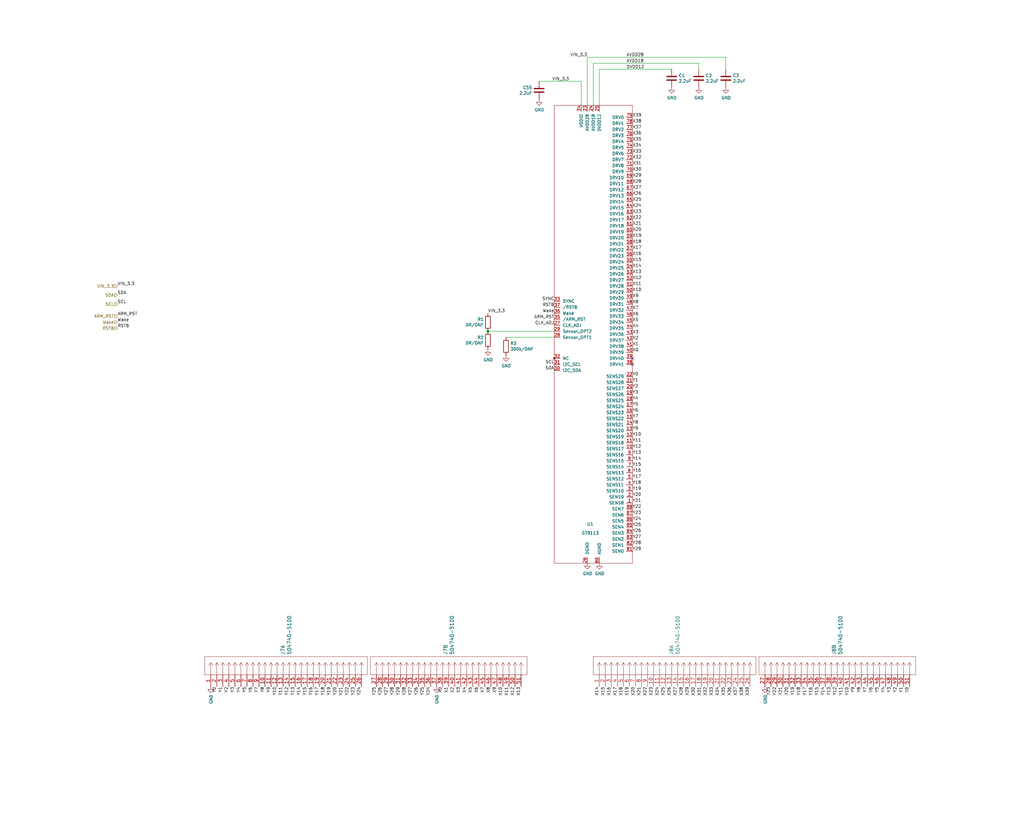
<source format=kicad_sch>
(kicad_sch (version 20211123) (generator eeschema)
  (paper "User" 431.8 350.012)
  (lib_symbols
    (symbol "504740-5100:504740-5100" (pin_names (offset 0.254) hide)
      (property "Reference" "J" (at -1.27 36.83 0))
      (property "Value" "504740-5100" (at 0 0 0))
      (symbol "504740-5100_1_1"
        (polyline (pts (xy -5.08 -35.56) (xy 2.54 -35.56)) (stroke (width 0.127)))
        (polyline (pts (xy -5.08 33.02) (xy -5.08 -35.56)) (stroke (width 0.127)))
        (polyline (pts (xy 0 -33.02) (xy -5.08 -33.02)) (stroke (width 0.127)))
        (polyline (pts (xy 0 -33.02) (xy -1.27 -33.8582)) (stroke (width 0.127)))
        (polyline (pts (xy 0 -33.02) (xy -1.27 -32.1818)) (stroke (width 0.127)))
        (polyline (pts (xy 0 -30.48) (xy -5.08 -30.48)) (stroke (width 0.127)))
        (polyline (pts (xy 0 -30.48) (xy -1.27 -31.3182)) (stroke (width 0.127)))
        (polyline (pts (xy 0 -30.48) (xy -1.27 -29.6418)) (stroke (width 0.127)))
        (polyline (pts (xy 0 -27.94) (xy -5.08 -27.94)) (stroke (width 0.127)))
        (polyline (pts (xy 0 -27.94) (xy -1.27 -28.7782)) (stroke (width 0.127)))
        (polyline (pts (xy 0 -27.94) (xy -1.27 -27.1018)) (stroke (width 0.127)))
        (polyline (pts (xy 0 -25.4) (xy -5.08 -25.4)) (stroke (width 0.127)))
        (polyline (pts (xy 0 -25.4) (xy -1.27 -26.2382)) (stroke (width 0.127)))
        (polyline (pts (xy 0 -25.4) (xy -1.27 -24.5618)) (stroke (width 0.127)))
        (polyline (pts (xy 0 -22.86) (xy -5.08 -22.86)) (stroke (width 0.127)))
        (polyline (pts (xy 0 -22.86) (xy -1.27 -23.6982)) (stroke (width 0.127)))
        (polyline (pts (xy 0 -22.86) (xy -1.27 -22.0218)) (stroke (width 0.127)))
        (polyline (pts (xy 0 -20.32) (xy -5.08 -20.32)) (stroke (width 0.127)))
        (polyline (pts (xy 0 -20.32) (xy -1.27 -21.1582)) (stroke (width 0.127)))
        (polyline (pts (xy 0 -20.32) (xy -1.27 -19.4818)) (stroke (width 0.127)))
        (polyline (pts (xy 0 -17.78) (xy -5.08 -17.78)) (stroke (width 0.127)))
        (polyline (pts (xy 0 -17.78) (xy -1.27 -18.6182)) (stroke (width 0.127)))
        (polyline (pts (xy 0 -17.78) (xy -1.27 -16.9418)) (stroke (width 0.127)))
        (polyline (pts (xy 0 -15.24) (xy -5.08 -15.24)) (stroke (width 0.127)))
        (polyline (pts (xy 0 -15.24) (xy -1.27 -16.0782)) (stroke (width 0.127)))
        (polyline (pts (xy 0 -15.24) (xy -1.27 -14.4018)) (stroke (width 0.127)))
        (polyline (pts (xy 0 -12.7) (xy -5.08 -12.7)) (stroke (width 0.127)))
        (polyline (pts (xy 0 -12.7) (xy -1.27 -13.5382)) (stroke (width 0.127)))
        (polyline (pts (xy 0 -12.7) (xy -1.27 -11.8618)) (stroke (width 0.127)))
        (polyline (pts (xy 0 -10.16) (xy -5.08 -10.16)) (stroke (width 0.127)))
        (polyline (pts (xy 0 -10.16) (xy -1.27 -10.9982)) (stroke (width 0.127)))
        (polyline (pts (xy 0 -10.16) (xy -1.27 -9.3218)) (stroke (width 0.127)))
        (polyline (pts (xy 0 -7.62) (xy -5.08 -7.62)) (stroke (width 0.127)))
        (polyline (pts (xy 0 -7.62) (xy -1.27 -8.4582)) (stroke (width 0.127)))
        (polyline (pts (xy 0 -7.62) (xy -1.27 -6.7818)) (stroke (width 0.127)))
        (polyline (pts (xy 0 -5.08) (xy -5.08 -5.08)) (stroke (width 0.127)))
        (polyline (pts (xy 0 -5.08) (xy -1.27 -5.9182)) (stroke (width 0.127)))
        (polyline (pts (xy 0 -5.08) (xy -1.27 -4.2418)) (stroke (width 0.127)))
        (polyline (pts (xy 0 -2.54) (xy -5.08 -2.54)) (stroke (width 0.127)))
        (polyline (pts (xy 0 -2.54) (xy -1.27 -3.3782)) (stroke (width 0.127)))
        (polyline (pts (xy 0 -2.54) (xy -1.27 -1.7018)) (stroke (width 0.127)))
        (polyline (pts (xy 0 0) (xy -5.08 0)) (stroke (width 0.127)))
        (polyline (pts (xy 0 0) (xy -1.27 -0.8382)) (stroke (width 0.127)))
        (polyline (pts (xy 0 0) (xy -1.27 0.8382)) (stroke (width 0.127)))
        (polyline (pts (xy 0 2.54) (xy -5.08 2.54)) (stroke (width 0.127)))
        (polyline (pts (xy 0 2.54) (xy -1.27 1.7018)) (stroke (width 0.127)))
        (polyline (pts (xy 0 2.54) (xy -1.27 3.3782)) (stroke (width 0.127)))
        (polyline (pts (xy 0 5.08) (xy -5.08 5.08)) (stroke (width 0.127)))
        (polyline (pts (xy 0 5.08) (xy -1.27 4.2418)) (stroke (width 0.127)))
        (polyline (pts (xy 0 5.08) (xy -1.27 5.9182)) (stroke (width 0.127)))
        (polyline (pts (xy 0 7.62) (xy -5.08 7.62)) (stroke (width 0.127)))
        (polyline (pts (xy 0 7.62) (xy -1.27 6.7818)) (stroke (width 0.127)))
        (polyline (pts (xy 0 7.62) (xy -1.27 8.4582)) (stroke (width 0.127)))
        (polyline (pts (xy 0 10.16) (xy -5.08 10.16)) (stroke (width 0.127)))
        (polyline (pts (xy 0 10.16) (xy -1.27 9.3218)) (stroke (width 0.127)))
        (polyline (pts (xy 0 10.16) (xy -1.27 10.9982)) (stroke (width 0.127)))
        (polyline (pts (xy 0 12.7) (xy -5.08 12.7)) (stroke (width 0.127)))
        (polyline (pts (xy 0 12.7) (xy -1.27 11.8618)) (stroke (width 0.127)))
        (polyline (pts (xy 0 12.7) (xy -1.27 13.5382)) (stroke (width 0.127)))
        (polyline (pts (xy 0 15.24) (xy -5.08 15.24)) (stroke (width 0.127)))
        (polyline (pts (xy 0 15.24) (xy -1.27 14.4018)) (stroke (width 0.127)))
        (polyline (pts (xy 0 15.24) (xy -1.27 16.0782)) (stroke (width 0.127)))
        (polyline (pts (xy 0 17.78) (xy -5.08 17.78)) (stroke (width 0.127)))
        (polyline (pts (xy 0 17.78) (xy -1.27 16.9418)) (stroke (width 0.127)))
        (polyline (pts (xy 0 17.78) (xy -1.27 18.6182)) (stroke (width 0.127)))
        (polyline (pts (xy 0 20.32) (xy -5.08 20.32)) (stroke (width 0.127)))
        (polyline (pts (xy 0 20.32) (xy -1.27 19.4818)) (stroke (width 0.127)))
        (polyline (pts (xy 0 20.32) (xy -1.27 21.1582)) (stroke (width 0.127)))
        (polyline (pts (xy 0 22.86) (xy -5.08 22.86)) (stroke (width 0.127)))
        (polyline (pts (xy 0 22.86) (xy -1.27 22.0218)) (stroke (width 0.127)))
        (polyline (pts (xy 0 22.86) (xy -1.27 23.6982)) (stroke (width 0.127)))
        (polyline (pts (xy 0 25.4) (xy -5.08 25.4)) (stroke (width 0.127)))
        (polyline (pts (xy 0 25.4) (xy -1.27 24.5618)) (stroke (width 0.127)))
        (polyline (pts (xy 0 25.4) (xy -1.27 26.2382)) (stroke (width 0.127)))
        (polyline (pts (xy 0 27.94) (xy -5.08 27.94)) (stroke (width 0.127)))
        (polyline (pts (xy 0 27.94) (xy -1.27 27.1018)) (stroke (width 0.127)))
        (polyline (pts (xy 0 27.94) (xy -1.27 28.7782)) (stroke (width 0.127)))
        (polyline (pts (xy 0 30.48) (xy -5.08 30.48)) (stroke (width 0.127)))
        (polyline (pts (xy 0 30.48) (xy -1.27 29.6418)) (stroke (width 0.127)))
        (polyline (pts (xy 0 30.48) (xy -1.27 31.3182)) (stroke (width 0.127)))
        (polyline (pts (xy 2.54 -35.56) (xy 2.54 33.02)) (stroke (width 0.127)))
        (polyline (pts (xy 2.54 33.02) (xy -5.08 33.02)) (stroke (width 0.127)))
        (pin passive line (at -10.16 30.48 0) (length 5.08) (name "1") (number "1"))
        (pin passive line (at -10.16 7.62 0) (length 5.08) (name "10") (number "10"))
        (pin passive line (at -10.16 5.08 0) (length 5.08) (name "11") (number "11"))
        (pin passive line (at -10.16 2.54 0) (length 5.08) (name "12") (number "12"))
        (pin passive line (at -10.16 0 0) (length 5.08) (name "13") (number "13"))
        (pin passive line (at -10.16 -2.54 0) (length 5.08) (name "14") (number "14"))
        (pin passive line (at -10.16 -5.08 0) (length 5.08) (name "15") (number "15"))
        (pin passive line (at -10.16 -7.62 0) (length 5.08) (name "16") (number "16"))
        (pin passive line (at -10.16 -10.16 0) (length 5.08) (name "17") (number "17"))
        (pin passive line (at -10.16 -12.7 0) (length 5.08) (name "18") (number "18"))
        (pin passive line (at -10.16 -15.24 0) (length 5.08) (name "19") (number "19"))
        (pin passive line (at -10.16 27.94 0) (length 5.08) (name "2") (number "2"))
        (pin passive line (at -10.16 -17.78 0) (length 5.08) (name "20") (number "20"))
        (pin passive line (at -10.16 -20.32 0) (length 5.08) (name "21") (number "21"))
        (pin passive line (at -10.16 -22.86 0) (length 5.08) (name "22") (number "22"))
        (pin passive line (at -10.16 -25.4 0) (length 5.08) (name "23") (number "23"))
        (pin passive line (at -10.16 -27.94 0) (length 5.08) (name "24") (number "24"))
        (pin passive line (at -10.16 -30.48 0) (length 5.08) (name "25") (number "25"))
        (pin passive line (at -10.16 -33.02 0) (length 5.08) (name "26") (number "26"))
        (pin passive line (at -10.16 25.4 0) (length 5.08) (name "3") (number "3"))
        (pin passive line (at -10.16 22.86 0) (length 5.08) (name "4") (number "4"))
        (pin passive line (at -10.16 20.32 0) (length 5.08) (name "5") (number "5"))
        (pin passive line (at -10.16 17.78 0) (length 5.08) (name "6") (number "6"))
        (pin passive line (at -10.16 15.24 0) (length 5.08) (name "7") (number "7"))
        (pin passive line (at -10.16 12.7 0) (length 5.08) (name "8") (number "8"))
        (pin passive line (at -10.16 10.16 0) (length 5.08) (name "9") (number "9"))
      )
      (symbol "504740-5100_2_1"
        (polyline (pts (xy -5.08 -33.02) (xy 2.54 -33.02)) (stroke (width 0.127)))
        (polyline (pts (xy -5.08 33.02) (xy -5.08 -33.02)) (stroke (width 0.127)))
        (polyline (pts (xy 0 -30.48) (xy -5.08 -30.48)) (stroke (width 0.127)))
        (polyline (pts (xy 0 -30.48) (xy -1.27 -31.3182)) (stroke (width 0.127)))
        (polyline (pts (xy 0 -30.48) (xy -1.27 -29.6418)) (stroke (width 0.127)))
        (polyline (pts (xy 0 -27.94) (xy -5.08 -27.94)) (stroke (width 0.127)))
        (polyline (pts (xy 0 -27.94) (xy -1.27 -28.7782)) (stroke (width 0.127)))
        (polyline (pts (xy 0 -27.94) (xy -1.27 -27.1018)) (stroke (width 0.127)))
        (polyline (pts (xy 0 -25.4) (xy -5.08 -25.4)) (stroke (width 0.127)))
        (polyline (pts (xy 0 -25.4) (xy -1.27 -26.2382)) (stroke (width 0.127)))
        (polyline (pts (xy 0 -25.4) (xy -1.27 -24.5618)) (stroke (width 0.127)))
        (polyline (pts (xy 0 -22.86) (xy -5.08 -22.86)) (stroke (width 0.127)))
        (polyline (pts (xy 0 -22.86) (xy -1.27 -23.6982)) (stroke (width 0.127)))
        (polyline (pts (xy 0 -22.86) (xy -1.27 -22.0218)) (stroke (width 0.127)))
        (polyline (pts (xy 0 -20.32) (xy -5.08 -20.32)) (stroke (width 0.127)))
        (polyline (pts (xy 0 -20.32) (xy -1.27 -21.1582)) (stroke (width 0.127)))
        (polyline (pts (xy 0 -20.32) (xy -1.27 -19.4818)) (stroke (width 0.127)))
        (polyline (pts (xy 0 -17.78) (xy -5.08 -17.78)) (stroke (width 0.127)))
        (polyline (pts (xy 0 -17.78) (xy -1.27 -18.6182)) (stroke (width 0.127)))
        (polyline (pts (xy 0 -17.78) (xy -1.27 -16.9418)) (stroke (width 0.127)))
        (polyline (pts (xy 0 -15.24) (xy -5.08 -15.24)) (stroke (width 0.127)))
        (polyline (pts (xy 0 -15.24) (xy -1.27 -16.0782)) (stroke (width 0.127)))
        (polyline (pts (xy 0 -15.24) (xy -1.27 -14.4018)) (stroke (width 0.127)))
        (polyline (pts (xy 0 -12.7) (xy -5.08 -12.7)) (stroke (width 0.127)))
        (polyline (pts (xy 0 -12.7) (xy -1.27 -13.5382)) (stroke (width 0.127)))
        (polyline (pts (xy 0 -12.7) (xy -1.27 -11.8618)) (stroke (width 0.127)))
        (polyline (pts (xy 0 -10.16) (xy -5.08 -10.16)) (stroke (width 0.127)))
        (polyline (pts (xy 0 -10.16) (xy -1.27 -10.9982)) (stroke (width 0.127)))
        (polyline (pts (xy 0 -10.16) (xy -1.27 -9.3218)) (stroke (width 0.127)))
        (polyline (pts (xy 0 -7.62) (xy -5.08 -7.62)) (stroke (width 0.127)))
        (polyline (pts (xy 0 -7.62) (xy -1.27 -8.4582)) (stroke (width 0.127)))
        (polyline (pts (xy 0 -7.62) (xy -1.27 -6.7818)) (stroke (width 0.127)))
        (polyline (pts (xy 0 -5.08) (xy -5.08 -5.08)) (stroke (width 0.127)))
        (polyline (pts (xy 0 -5.08) (xy -1.27 -5.9182)) (stroke (width 0.127)))
        (polyline (pts (xy 0 -5.08) (xy -1.27 -4.2418)) (stroke (width 0.127)))
        (polyline (pts (xy 0 -2.54) (xy -5.08 -2.54)) (stroke (width 0.127)))
        (polyline (pts (xy 0 -2.54) (xy -1.27 -3.3782)) (stroke (width 0.127)))
        (polyline (pts (xy 0 -2.54) (xy -1.27 -1.7018)) (stroke (width 0.127)))
        (polyline (pts (xy 0 0) (xy -5.08 0)) (stroke (width 0.127)))
        (polyline (pts (xy 0 0) (xy -1.27 -0.8382)) (stroke (width 0.127)))
        (polyline (pts (xy 0 0) (xy -1.27 0.8382)) (stroke (width 0.127)))
        (polyline (pts (xy 0 2.54) (xy -5.08 2.54)) (stroke (width 0.127)))
        (polyline (pts (xy 0 2.54) (xy -1.27 1.7018)) (stroke (width 0.127)))
        (polyline (pts (xy 0 2.54) (xy -1.27 3.3782)) (stroke (width 0.127)))
        (polyline (pts (xy 0 5.08) (xy -5.08 5.08)) (stroke (width 0.127)))
        (polyline (pts (xy 0 5.08) (xy -1.27 4.2418)) (stroke (width 0.127)))
        (polyline (pts (xy 0 5.08) (xy -1.27 5.9182)) (stroke (width 0.127)))
        (polyline (pts (xy 0 7.62) (xy -5.08 7.62)) (stroke (width 0.127)))
        (polyline (pts (xy 0 7.62) (xy -1.27 6.7818)) (stroke (width 0.127)))
        (polyline (pts (xy 0 7.62) (xy -1.27 8.4582)) (stroke (width 0.127)))
        (polyline (pts (xy 0 10.16) (xy -5.08 10.16)) (stroke (width 0.127)))
        (polyline (pts (xy 0 10.16) (xy -1.27 9.3218)) (stroke (width 0.127)))
        (polyline (pts (xy 0 10.16) (xy -1.27 10.9982)) (stroke (width 0.127)))
        (polyline (pts (xy 0 12.7) (xy -5.08 12.7)) (stroke (width 0.127)))
        (polyline (pts (xy 0 12.7) (xy -1.27 11.8618)) (stroke (width 0.127)))
        (polyline (pts (xy 0 12.7) (xy -1.27 13.5382)) (stroke (width 0.127)))
        (polyline (pts (xy 0 15.24) (xy -5.08 15.24)) (stroke (width 0.127)))
        (polyline (pts (xy 0 15.24) (xy -1.27 14.4018)) (stroke (width 0.127)))
        (polyline (pts (xy 0 15.24) (xy -1.27 16.0782)) (stroke (width 0.127)))
        (polyline (pts (xy 0 17.78) (xy -5.08 17.78)) (stroke (width 0.127)))
        (polyline (pts (xy 0 17.78) (xy -1.27 16.9418)) (stroke (width 0.127)))
        (polyline (pts (xy 0 17.78) (xy -1.27 18.6182)) (stroke (width 0.127)))
        (polyline (pts (xy 0 20.32) (xy -5.08 20.32)) (stroke (width 0.127)))
        (polyline (pts (xy 0 20.32) (xy -1.27 19.4818)) (stroke (width 0.127)))
        (polyline (pts (xy 0 20.32) (xy -1.27 21.1582)) (stroke (width 0.127)))
        (polyline (pts (xy 0 22.86) (xy -5.08 22.86)) (stroke (width 0.127)))
        (polyline (pts (xy 0 22.86) (xy -1.27 22.0218)) (stroke (width 0.127)))
        (polyline (pts (xy 0 22.86) (xy -1.27 23.6982)) (stroke (width 0.127)))
        (polyline (pts (xy 0 25.4) (xy -5.08 25.4)) (stroke (width 0.127)))
        (polyline (pts (xy 0 25.4) (xy -1.27 24.5618)) (stroke (width 0.127)))
        (polyline (pts (xy 0 25.4) (xy -1.27 26.2382)) (stroke (width 0.127)))
        (polyline (pts (xy 0 27.94) (xy -5.08 27.94)) (stroke (width 0.127)))
        (polyline (pts (xy 0 27.94) (xy -1.27 27.1018)) (stroke (width 0.127)))
        (polyline (pts (xy 0 27.94) (xy -1.27 28.7782)) (stroke (width 0.127)))
        (polyline (pts (xy 0 30.48) (xy -5.08 30.48)) (stroke (width 0.127)))
        (polyline (pts (xy 0 30.48) (xy -1.27 29.6418)) (stroke (width 0.127)))
        (polyline (pts (xy 0 30.48) (xy -1.27 31.3182)) (stroke (width 0.127)))
        (polyline (pts (xy 2.54 -33.02) (xy 2.54 33.02)) (stroke (width 0.127)))
        (polyline (pts (xy 2.54 33.02) (xy -5.08 33.02)) (stroke (width 0.127)))
        (pin passive line (at -10.16 30.48 0) (length 5.08) (name "27") (number "27"))
        (pin passive line (at -10.16 27.94 0) (length 5.08) (name "28") (number "28"))
        (pin passive line (at -10.16 25.4 0) (length 5.08) (name "29") (number "29"))
        (pin passive line (at -10.16 22.86 0) (length 5.08) (name "30") (number "30"))
        (pin passive line (at -10.16 20.32 0) (length 5.08) (name "31") (number "31"))
        (pin passive line (at -10.16 17.78 0) (length 5.08) (name "32") (number "32"))
        (pin passive line (at -10.16 15.24 0) (length 5.08) (name "33") (number "33"))
        (pin passive line (at -10.16 12.7 0) (length 5.08) (name "34") (number "34"))
        (pin passive line (at -10.16 10.16 0) (length 5.08) (name "35") (number "35"))
        (pin passive line (at -10.16 7.62 0) (length 5.08) (name "36") (number "36"))
        (pin passive line (at -10.16 5.08 0) (length 5.08) (name "37") (number "37"))
        (pin passive line (at -10.16 2.54 0) (length 5.08) (name "38") (number "38"))
        (pin passive line (at -10.16 0 0) (length 5.08) (name "39") (number "39"))
        (pin passive line (at -10.16 -2.54 0) (length 5.08) (name "40") (number "40"))
        (pin passive line (at -10.16 -5.08 0) (length 5.08) (name "41") (number "41"))
        (pin passive line (at -10.16 -7.62 0) (length 5.08) (name "42") (number "42"))
        (pin passive line (at -10.16 -10.16 0) (length 5.08) (name "43") (number "43"))
        (pin passive line (at -10.16 -12.7 0) (length 5.08) (name "44") (number "44"))
        (pin passive line (at -10.16 -15.24 0) (length 5.08) (name "45") (number "45"))
        (pin passive line (at -10.16 -17.78 0) (length 5.08) (name "46") (number "46"))
        (pin passive line (at -10.16 -20.32 0) (length 5.08) (name "47") (number "47"))
        (pin passive line (at -10.16 -22.86 0) (length 5.08) (name "48") (number "48"))
        (pin passive line (at -10.16 -25.4 0) (length 5.08) (name "49") (number "49"))
        (pin passive line (at -10.16 -27.94 0) (length 5.08) (name "50") (number "50"))
        (pin passive line (at -10.16 -30.48 0) (length 5.08) (name "51") (number "51"))
      )
    )
    (symbol "Device:C" (pin_numbers hide) (pin_names (offset 0.254))
      (property "Reference" "C" (at 0.635 2.54 0))
      (property "Value" "C" (at 0.635 -2.54 0))
      (symbol "C_0_1"
        (polyline (pts (xy -2.032 -0.762) (xy 2.032 -0.762)) (stroke (width 0.508)))
        (polyline (pts (xy -2.032 0.762) (xy 2.032 0.762)) (stroke (width 0.508)))
      )
      (symbol "C_1_1"
        (pin passive line (at 0 3.81 270) (length 2.794) (name "~") (number "1"))
        (pin passive line (at 0 -3.81 90) (length 2.794) (name "~") (number "2"))
      )
    )
    (symbol "Device:R" (pin_numbers hide) (pin_names (offset 0))
      (property "Reference" "R" (at 2.032 0 90))
      (property "Value" "R" (at 0 0 90))
      (symbol "R_0_1"
        (rectangle (start -1.016 -2.54) (end 1.016 2.54) (stroke (width 0.254)))
      )
      (symbol "R_1_1"
        (pin passive line (at 0 3.81 270) (length 1.27) (name "~") (number "1"))
        (pin passive line (at 0 -3.81 90) (length 1.27) (name "~") (number "2"))
      )
    )
    (symbol "gt9113:GT9113" (pin_names (offset 1.016))
      (property "Reference" "U" (at 0 -19.05 0))
      (property "Value" "GT9113" (at 0 16.51 0))
      (symbol "GT9113_0_0"
        (pin input line (at 16.51 -71.12 180) (length 2.54) (name "SENS8") (number "1"))
        (pin input line (at 16.51 -48.26 180) (length 2.54) (name "SENS17") (number "10"))
        (pin input line (at 16.51 -45.72 180) (length 2.54) (name "SENS18") (number "11"))
        (pin input line (at 16.51 -43.18 180) (length 2.54) (name "SENS19") (number "12"))
        (pin input line (at 16.51 -40.64 180) (length 2.54) (name "SENS20") (number "13"))
        (pin input line (at 16.51 -38.1 180) (length 2.54) (name "SENS21") (number "14"))
        (pin input line (at 16.51 -35.56 180) (length 2.54) (name "SENS22") (number "15"))
        (pin input line (at 16.51 -33.02 180) (length 2.54) (name "SENS23") (number "16"))
        (pin input line (at 16.51 -30.48 180) (length 2.54) (name "SENS24") (number "17"))
        (pin input line (at 16.51 -27.94 180) (length 2.54) (name "SENS25") (number "18"))
        (pin input line (at 16.51 -25.4 180) (length 2.54) (name "SENS26") (number "19"))
        (pin input line (at 16.51 -68.58 180) (length 2.54) (name "SENS9") (number "2"))
        (pin input line (at 16.51 -22.86 180) (length 2.54) (name "SENS27") (number "20"))
        (pin input line (at 16.51 -20.32 180) (length 2.54) (name "SENS28") (number "21"))
        (pin input line (at 16.51 -17.78 180) (length 2.54) (name "SENS29") (number "22"))
        (pin power_in line (at -2.54 96.52 270) (length 2.54) (name "AVDD28") (number "23"))
        (pin power_out line (at 0 96.52 270) (length 2.54) (name "AVDD18") (number "24"))
        (pin power_out line (at 2.54 96.52 270) (length 2.54) (name "DVDD12") (number "25"))
        (pin power_in line (at -2.54 -96.52 90) (length 2.54) (name "DGND") (number "26"))
        (pin input line (at -16.51 3.81 0) (length 2.54) (name "CLK_ADJ") (number "27"))
        (pin input line (at -16.51 -1.27 0) (length 2.54) (name "Sensor_OPT1") (number "28"))
        (pin input line (at -16.51 1.27 0) (length 2.54) (name "Sensor_OPT2") (number "29"))
        (pin input line (at 16.51 -66.04 180) (length 2.54) (name "SENS10") (number "3"))
        (pin open_collector line (at -16.51 -15.24 0) (length 2.54) (name "I2C_SDA") (number "30"))
        (pin open_collector line (at -16.51 -12.7 0) (length 2.54) (name "I2C_SCL") (number "31"))
        (pin no_connect line (at -16.51 -10.16 0) (length 2.54) (name "NC") (number "32"))
        (pin output line (at -16.51 13.97 0) (length 2.54) (name "SYNC") (number "33"))
        (pin power_in line (at -5.08 96.52 270) (length 2.54) (name "VDDIO") (number "34"))
        (pin input line (at -16.51 6.35 0) (length 2.54) (name "/ARM_RST") (number "35"))
        (pin input line (at -16.51 8.89 0) (length 2.54) (name "Wake") (number "36"))
        (pin input line (at -16.51 11.43 0) (length 2.54) (name "/RSTB") (number "37"))
        (pin output line (at 16.51 -12.7 180) (length 2.54) (name "DRV41") (number "38"))
        (pin output line (at 16.51 -10.16 180) (length 2.54) (name "DRV40") (number "39"))
        (pin input line (at 16.51 -63.5 180) (length 2.54) (name "SENS11") (number "4"))
        (pin output line (at 16.51 -7.62 180) (length 2.54) (name "DRV39") (number "40"))
        (pin output line (at 16.51 -5.08 180) (length 2.54) (name "DRV38") (number "41"))
        (pin output line (at 16.51 -2.54 180) (length 2.54) (name "DRV37") (number "42"))
        (pin output line (at 16.51 0 180) (length 2.54) (name "DRV36") (number "43"))
        (pin output line (at 16.51 2.54 180) (length 2.54) (name "DRV35") (number "44"))
        (pin output line (at 16.51 5.08 180) (length 2.54) (name "DRV34") (number "45"))
        (pin output line (at 16.51 7.62 180) (length 2.54) (name "DRV33") (number "46"))
        (pin output line (at 16.51 10.16 180) (length 2.54) (name "DRV32") (number "47"))
        (pin output line (at 16.51 12.7 180) (length 2.54) (name "DRV31") (number "48"))
        (pin output line (at 16.51 15.24 180) (length 2.54) (name "DRV30") (number "49"))
        (pin input line (at 16.51 -60.96 180) (length 2.54) (name "SENS12") (number "5"))
        (pin output line (at 16.51 17.78 180) (length 2.54) (name "DRV29") (number "50"))
        (pin output line (at 16.51 20.32 180) (length 2.54) (name "DRV28") (number "51"))
        (pin output line (at 16.51 22.86 180) (length 2.54) (name "DRV27") (number "52"))
        (pin output line (at 16.51 25.4 180) (length 2.54) (name "DRV26") (number "53"))
        (pin output line (at 16.51 27.94 180) (length 2.54) (name "DRV25") (number "54"))
        (pin output line (at 16.51 30.48 180) (length 2.54) (name "DRV24") (number "55"))
        (pin output line (at 16.51 33.02 180) (length 2.54) (name "DRV23") (number "56"))
        (pin output line (at 16.51 35.56 180) (length 2.54) (name "DRV22") (number "57"))
        (pin output line (at 16.51 38.1 180) (length 2.54) (name "DRV21") (number "58"))
        (pin output line (at 16.51 40.64 180) (length 2.54) (name "DRV20") (number "59"))
        (pin input line (at 16.51 -58.42 180) (length 2.54) (name "SENS13") (number "6"))
        (pin output line (at 16.51 43.18 180) (length 2.54) (name "DRV19") (number "60"))
        (pin output line (at 16.51 45.72 180) (length 2.54) (name "DRV18") (number "61"))
        (pin output line (at 16.51 48.26 180) (length 2.54) (name "DRV17") (number "62"))
        (pin output line (at 16.51 50.8 180) (length 2.54) (name "DRV16") (number "63"))
        (pin output line (at 16.51 53.34 180) (length 2.54) (name "DRV15") (number "64"))
        (pin output line (at 16.51 55.88 180) (length 2.54) (name "DRV14") (number "65"))
        (pin output line (at 16.51 58.42 180) (length 2.54) (name "DRV13") (number "66"))
        (pin output line (at 16.51 60.96 180) (length 2.54) (name "DRV12") (number "67"))
        (pin output line (at 16.51 63.5 180) (length 2.54) (name "DRV11") (number "68"))
        (pin output line (at 16.51 66.04 180) (length 2.54) (name "DRV10") (number "69"))
        (pin input line (at 16.51 -55.88 180) (length 2.54) (name "SENS14") (number "7"))
        (pin output line (at 16.51 68.58 180) (length 2.54) (name "DRV9") (number "70"))
        (pin output line (at 16.51 71.12 180) (length 2.54) (name "DRV8") (number "71"))
        (pin output line (at 16.51 73.66 180) (length 2.54) (name "DRV7") (number "72"))
        (pin output line (at 16.51 76.2 180) (length 2.54) (name "DRV6") (number "73"))
        (pin output line (at 16.51 78.74 180) (length 2.54) (name "DRV5") (number "74"))
        (pin output line (at 16.51 81.28 180) (length 2.54) (name "DRV4") (number "75"))
        (pin output line (at 16.51 83.82 180) (length 2.54) (name "DRV3") (number "76"))
        (pin output line (at 16.51 86.36 180) (length 2.54) (name "DRV2") (number "77"))
        (pin output line (at 16.51 88.9 180) (length 2.54) (name "DRV1") (number "78"))
        (pin output line (at 16.51 91.44 180) (length 2.54) (name "DRV0") (number "79"))
        (pin input line (at 16.51 -53.34 180) (length 2.54) (name "SENS15") (number "8"))
        (pin power_in line (at 2.54 -96.52 90) (length 2.54) (name "AGND") (number "80"))
        (pin input line (at 16.51 -91.44 180) (length 2.54) (name "SEN0") (number "81"))
        (pin input line (at 16.51 -88.9 180) (length 2.54) (name "SEN1") (number "82"))
        (pin input line (at 16.51 -86.36 180) (length 2.54) (name "SEN2") (number "83"))
        (pin input line (at 16.51 -83.82 180) (length 2.54) (name "SEN3") (number "84"))
        (pin input line (at 16.51 -81.28 180) (length 2.54) (name "SEN4") (number "85"))
        (pin input line (at 16.51 -78.74 180) (length 2.54) (name "SEN5") (number "86"))
        (pin input line (at 16.51 -76.2 180) (length 2.54) (name "SEN6") (number "87"))
        (pin input line (at 16.51 -73.66 180) (length 2.54) (name "SEN7") (number "88"))
        (pin input line (at 16.51 -50.8 180) (length 2.54) (name "SENS16") (number "9"))
      )
      (symbol "GT9113_0_1"
        (rectangle (start -16.51 96.52) (end 16.51 -96.52))
      )
    )
    (symbol "power:GND" (power) (pin_names (offset 0))
      (property "Value" "GND" (at 0 -3.81 0))
      (symbol "GND_0_1"
        (polyline (pts (xy 0 0) (xy 0 -1.27) (xy 1.27 -1.27) (xy 0 -2.54) (xy -1.27 -1.27) (xy 0 -1.27)))
      )
      (symbol "GND_1_1"
        (pin power_in line (at 0 0 270) (length 0) hide (name "GND") (number "1"))
      )
    )
  )
  (junction (at 205.74 139.7) (diameter 1.016))
  (no_connect (at 266.7 151.13))
  (no_connect (at 266.7 153.67))
  (wire (pts (xy 252.73 29.21) (xy 283.21 29.21)))
  (wire (pts (xy 205.74 139.7) (xy 233.68 139.7)))
  (wire (pts (xy 294.64 26.67) (xy 250.19 26.67)))
  (wire (pts (xy 247.65 24.13) (xy 306.07 24.13)))
  (wire (pts (xy 252.73 44.45) (xy 252.73 29.21)))
  (wire (pts (xy 247.65 44.45) (xy 247.65 24.13)))
  (wire (pts (xy 294.64 29.21) (xy 294.64 26.67)))
  (wire (pts (xy 227.33 34.29) (xy 245.11 34.29)))
  (wire (pts (xy 245.11 34.29) (xy 245.11 44.45)))
  (wire (pts (xy 233.68 142.24) (xy 213.36 142.24)))
  (wire (pts (xy 250.19 26.67) (xy 250.19 44.45)))
  (wire (pts (xy 306.07 24.13) (xy 306.07 29.21)))
  (label "Y18" (at 266.7 204.47 0))
  (label "X38" (at 266.7 52.07 0))
  (label "X39" (at 266.7 49.53 0))
  (label "Y0" (at 266.7 158.75 0))
  (label "X15" (at 255.27 289.56 270))
  (label "DVDD12" (at 264.16 29.21 0))
  (label "X2" (at 191.77 289.56 270))
  (label "Y13" (at 124.46 289.56 270))
  (label "X34" (at 303.53 289.56 270))
  (label "Y16" (at 342.9 289.56 270))
  (label "X19" (at 266.7 100.33 0))
  (label "Y19" (at 139.7 289.56 270))
  (label "SDA" (at 233.68 156.21 180))
  (label "X5" (at 199.39 289.56 270))
  (label "Y27" (at 173.99 289.56 270))
  (label "Y14" (at 347.98 289.56 270))
  (label "VIN_3.3" (at 247.65 24.13 180))
  (label "Y17" (at 266.7 201.93 0))
  (label "Y3" (at 375.92 289.56 270))
  (label "X38" (at 313.69 289.56 270))
  (label "Y28" (at 166.37 289.56 270))
  (label "X33" (at 300.99 289.56 270))
  (label "Y1" (at 93.98 289.56 270))
  (label "Y26" (at 266.7 224.79 0))
  (label "Y10" (at 358.14 289.56 270))
  (label "Y1" (at 266.7 161.29 0))
  (label "Y2" (at 378.46 289.56 270))
  (label "Y15" (at 129.54 289.56 270))
  (label "Y12" (at 266.7 189.23 0))
  (label "ARM_RST" (at 49.53 133.35 0))
  (label "Y11" (at 355.6 289.56 270))
  (label "Y21" (at 330.2 289.56 270))
  (label "Y5" (at 266.7 171.45 0))
  (label "Y9" (at 360.68 289.56 270))
  (label "X27" (at 285.75 289.56 270))
  (label "X24" (at 266.7 87.63 0))
  (label "X15" (at 266.7 110.49 0))
  (label "Y24" (at 181.61 289.56 270))
  (label "Y20" (at 142.24 289.56 270))
  (label "X5" (at 266.7 135.89 0))
  (label "X1" (at 189.23 289.56 270))
  (label "X7" (at 204.47 289.56 270))
  (label "X23" (at 275.59 289.56 270))
  (label "X24" (at 278.13 289.56 270))
  (label "X36" (at 266.7 57.15 0))
  (label "SCL" (at 233.68 153.67 180))
  (label "Y14" (at 266.7 194.31 0))
  (label "X10" (at 212.09 289.56 270))
  (label "X37" (at 266.7 54.61 0))
  (label "AVDD28" (at 264.16 24.13 0))
  (label "Y8" (at 111.76 289.56 270))
  (label "X23" (at 266.7 90.17 0))
  (label "Y27" (at 163.83 289.56 270))
  (label "Y1" (at 381 289.56 270))
  (label "Y27" (at 266.7 227.33 0))
  (label "Y10" (at 116.84 289.56 270))
  (label "Y17" (at 134.62 289.56 270))
  (label "X25" (at 266.7 85.09 0))
  (label "X20" (at 267.97 289.56 270))
  (label "X3" (at 266.7 140.97 0))
  (label "X12" (at 266.7 118.11 0))
  (label "VIN_3.3" (at 49.53 120.65 0))
  (label "Y20" (at 332.74 289.56 270))
  (label "X13" (at 219.71 289.56 270))
  (label "X12" (at 217.17 289.56 270))
  (label "Y29" (at 168.91 289.56 270))
  (label "X29" (at 290.83 289.56 270))
  (label "X9" (at 266.7 125.73 0))
  (label "ARM_RST" (at 233.68 134.62 180))
  (label "X27" (at 266.7 80.01 0))
  (label "Y26" (at 176.53 289.56 270))
  (label "Y25" (at 158.75 289.56 270))
  (label "Wake" (at 49.53 135.89 0))
  (label "Y21" (at 266.7 212.09 0))
  (label "AVDD18" (at 264.16 26.67 0))
  (label "X28" (at 266.7 77.47 0))
  (label "X11" (at 266.7 120.65 0))
  (label "Y19" (at 266.7 207.01 0))
  (label "Y19" (at 335.28 289.56 270))
  (label "X21" (at 270.51 289.56 270))
  (label "Y6" (at 266.7 173.99 0))
  (label "SCL" (at 49.53 128.27 0))
  (label "X13" (at 266.7 115.57 0))
  (label "Y4" (at 101.6 289.56 270))
  (label "X32" (at 298.45 289.56 270))
  (label "Y23" (at 266.7 217.17 0))
  (label "X18" (at 266.7 102.87 0))
  (label "Wake" (at 233.68 132.08 180))
  (label "X17" (at 266.7 105.41 0))
  (label "Y29" (at 266.7 232.41 0))
  (label "Y6" (at 106.68 289.56 270))
  (label "X21" (at 266.7 95.25 0))
  (label "X6" (at 266.7 133.35 0))
  (label "X32" (at 266.7 67.31 0))
  (label "X35" (at 266.7 59.69 0))
  (label "RSTB" (at 49.53 138.43 0))
  (label "X33" (at 266.7 64.77 0))
  (label "Y28" (at 171.45 289.56 270))
  (label "Y17" (at 340.36 289.56 270))
  (label "Y23" (at 325.12 289.56 270))
  (label "Y16" (at 132.08 289.56 270))
  (label "Y18" (at 337.82 289.56 270))
  (label "X35" (at 306.07 289.56 270))
  (label "X9" (at 209.55 289.56 270))
  (label "Y22" (at 147.32 289.56 270))
  (label "Y20" (at 266.7 209.55 0))
  (label "X6" (at 201.93 289.56 270))
  (label "X2" (at 266.7 143.51 0))
  (label "X0" (at 186.69 289.56 270))
  (label "Y21" (at 144.78 289.56 270))
  (label "Y23" (at 149.86 289.56 270))
  (label "Y12" (at 121.92 289.56 270))
  (label "SDA" (at 49.53 124.46 0))
  (label "Y7" (at 266.7 176.53 0))
  (label "X26" (at 283.21 289.56 270))
  (label "X14" (at 252.73 289.56 270))
  (label "Y25" (at 179.07 289.56 270))
  (label "VIN_3.3" (at 240.03 34.29 180))
  (label "Y18" (at 137.16 289.56 270))
  (label "Y10" (at 266.7 184.15 0))
  (label "Y0" (at 383.54 289.56 270))
  (label "Y24" (at 152.4 289.56 270))
  (label "Y5" (at 370.84 289.56 270))
  (label "X8" (at 266.7 128.27 0))
  (label "X29" (at 266.7 74.93 0))
  (label "X19" (at 265.43 289.56 270))
  (label "Y3" (at 99.06 289.56 270))
  (label "X14" (at 266.7 113.03 0))
  (label "SYNC" (at 233.68 127 180))
  (label "Y7" (at 109.22 289.56 270))
  (label "X31" (at 295.91 289.56 270))
  (label "Y13" (at 266.7 191.77 0))
  (label "Y25" (at 266.7 222.25 0))
  (label "X10" (at 266.7 123.19 0))
  (label "X39" (at 316.23 289.56 270))
  (label "X31" (at 266.7 69.85 0))
  (label "Y12" (at 353.06 289.56 270))
  (label "X4" (at 196.85 289.56 270))
  (label "Y8" (at 363.22 289.56 270))
  (label "X22" (at 273.05 289.56 270))
  (label "X37" (at 311.15 289.56 270))
  (label "X20" (at 266.7 97.79 0))
  (label "X30" (at 266.7 72.39 0))
  (label "X16" (at 257.81 289.56 270))
  (label "X36" (at 308.61 289.56 270))
  (label "Y0" (at 91.44 289.56 270))
  (label "Y11" (at 119.38 289.56 270))
  (label "Y16" (at 266.7 199.39 0))
  (label "Y22" (at 266.7 214.63 0))
  (label "X1" (at 266.7 146.05 0))
  (label "X7" (at 266.7 130.81 0))
  (label "Y26" (at 161.29 289.56 270))
  (label "Y4" (at 266.7 168.91 0))
  (label "Y15" (at 345.44 289.56 270))
  (label "X3" (at 194.31 289.56 270))
  (label "Y8" (at 266.7 179.07 0))
  (label "RSTB" (at 233.68 129.54 180))
  (label "X22" (at 266.7 92.71 0))
  (label "Y9" (at 114.3 289.56 270))
  (label "Y14" (at 127 289.56 270))
  (label "X16" (at 266.7 107.95 0))
  (label "X26" (at 266.7 82.55 0))
  (label "Y3" (at 266.7 166.37 0))
  (label "Y6" (at 368.3 289.56 270))
  (label "X34" (at 266.7 62.23 0))
  (label "X28" (at 288.29 289.56 270))
  (label "Y28" (at 266.7 229.87 0))
  (label "X4" (at 266.7 138.43 0))
  (label "X17" (at 260.35 289.56 270))
  (label "Y11" (at 266.7 186.69 0))
  (label "Y15" (at 266.7 196.85 0))
  (label "Y7" (at 365.76 289.56 270))
  (label "X30" (at 293.37 289.56 270))
  (label "Y22" (at 327.66 289.56 270))
  (label "X18" (at 262.89 289.56 270))
  (label "X0" (at 266.7 148.59 0))
  (label "X25" (at 280.67 289.56 270))
  (label "Y2" (at 96.52 289.56 270))
  (label "CLK_ADJ" (at 233.68 137.16 180))
  (label "Y9" (at 266.7 181.61 0))
  (label "X8" (at 207.01 289.56 270))
  (label "X11" (at 214.63 289.56 270))
  (label "Y2" (at 266.7 163.83 0))
  (label "Y13" (at 350.52 289.56 270))
  (label "Y4" (at 373.38 289.56 270))
  (label "VIN_3.3" (at 205.74 132.08 0))
  (label "Y5" (at 104.14 289.56 270))
  (label "Y24" (at 266.7 219.71 0))
  (hierarchical_label "ARM_RST" (shape input) (at 49.53 133.35 180))
  (hierarchical_label "RSTB" (shape input) (at 49.53 138.43 180))
  (hierarchical_label "SCL" (shape input) (at 49.53 128.27 180))
  (hierarchical_label "VIN_3.3" (shape input) (at 49.53 120.65 180))
  (hierarchical_label "Wake" (shape input) (at 49.53 135.89 180))
  (hierarchical_label "SDA" (shape input) (at 49.53 124.46 180))
  (symbol (lib_id "504740-5100:504740-5100") (at 119.38 279.4 90) (unit 1)
    (property "Reference" "J7" (at 119.3038 276.1488 0) (effects (font (size 1.524 1.524)) (justify left)))
    (property "Value" "504740-5100" (at 121.9962 276.1488 0) (effects (font (size 1.524 1.524)) (justify left)))
    (property "Footprint" "footprints:504740-5100" (effects hide))
    (property "JLCPCB BOM" "0" (effects hide))
  )
  (symbol (lib_id "504740-5100:504740-5100") (at 189.23 279.4 90) (unit 2)
    (property "Reference" "J7" (at 187.8838 276.1488 0) (effects (font (size 1.524 1.524)) (justify left)))
    (property "Value" "504740-5100" (at 190.5762 276.1488 0) (effects (font (size 1.524 1.524)) (justify left)))
    (property "Footprint" "footprints:504740-5100" (effects hide))
    (property "JLCPCB BOM" "0" (effects hide))
  )
  (symbol (lib_id "504740-5100:504740-5100") (at 283.21 279.4 90) (unit 1)
    (property "Reference" "J8" (at 283.1338 276.1488 0) (effects (font (size 1.524 1.524)) (justify left)))
    (property "Value" "504740-5100" (at 285.8262 276.1488 0) (effects (font (size 1.524 1.524)) (justify left)))
    (property "Footprint" "footprints:504740-5100" (effects hide))
    (property "JLCPCB BOM" "0" (effects hide))
  )
  (symbol (lib_id "504740-5100:504740-5100") (at 353.06 279.4 90) (unit 2)
    (property "Reference" "J8" (at 351.7138 276.1488 0) (effects (font (size 1.524 1.524)) (justify left)))
    (property "Value" "504740-5100" (at 354.4062 276.1488 0) (effects (font (size 1.524 1.524)) (justify left)))
    (property "Footprint" "footprints:504740-5100" (effects hide))
    (property "JLCPCB BOM" "0" (effects hide))
  )
  (symbol (lib_id "power:GND") (at 88.9 289.56 0) (unit 1)
    (property "Reference" "#PWR010" (effects hide))
    (property "Value" "GND" (at 89.027 292.8112 90) (effects (justify right)))
  )
  (symbol (lib_id "power:GND") (at 184.15 289.56 0) (unit 1)
    (property "Reference" "#PWR023" (effects hide))
    (property "Value" "GND" (at 184.277 292.8112 90) (effects (justify right)))
  )
  (symbol (lib_id "power:GND") (at 322.58 289.56 0) (unit 1)
    (property "Reference" "#PWR033" (effects hide))
    (property "Value" "GND" (at 322.707 292.8112 90) (effects (justify right)))
  )
  (symbol (lib_id "power:GND") (at 252.73 237.49 0) (unit 1)
    (property "Reference" "#PWR0101" (effects hide))
    (property "Value" "GND" (at 252.857 241.8842 0))
  )
  (symbol (lib_id "power:GND") (at 247.65 237.49 0) (unit 1)
    (property "Reference" "#PWR0102" (effects hide))
    (property "Value" "GND" (at 247.777 241.8842 0))
  )
  (symbol (lib_id "gt9113:GT9113") (at 250.19 140.97 0) (unit 1)
    (property "Reference" "U1" (at 248.92 220.98 0))
    (property "Value" "GT9113" (at 248.92 224.79 0))
    (property "Footprint" "footprints:GT9113" (effects hide))
  )
  (symbol (lib_id "Device:C") (at 283.21 33.02 0) (unit 1)
    (property "Reference" "C1" (at 286.131 31.8516 0) (effects (justify left)))
    (property "Value" "2.2uF" (at 286.131 34.163 0) (effects (justify left)))
    (property "Footprint" "Capacitor_SMD:C_0402_1005Metric" (effects hide))
  )
  (symbol (lib_id "Device:C") (at 294.64 33.02 0) (unit 1)
    (property "Reference" "C2" (at 297.561 31.8516 0) (effects (justify left)))
    (property "Value" "2.2uF" (at 297.561 34.163 0) (effects (justify left)))
    (property "Footprint" "Capacitor_SMD:C_0402_1005Metric" (effects hide))
  )
  (symbol (lib_id "Device:C") (at 306.07 33.02 0) (unit 1)
    (property "Reference" "C3" (at 308.991 31.8516 0) (effects (justify left)))
    (property "Value" "2.2uF" (at 308.991 34.163 0) (effects (justify left)))
    (property "Footprint" "Capacitor_SMD:C_0402_1005Metric" (effects hide))
  )
  (symbol (lib_id "power:GND") (at 294.64 36.83 0) (unit 1)
    (property "Reference" "#PWR0104" (effects hide))
    (property "Value" "GND" (at 294.767 41.2242 0))
  )
  (symbol (lib_id "power:GND") (at 306.07 36.83 0) (unit 1)
    (property "Reference" "#PWR0105" (effects hide))
    (property "Value" "GND" (at 306.197 41.2242 0))
  )
  (symbol (lib_id "power:GND") (at 283.21 36.83 0) (unit 1)
    (property "Reference" "#PWR0103" (effects hide))
    (property "Value" "GND" (at 283.337 41.2242 0))
  )
  (symbol (lib_id "Device:R") (at 213.36 146.05 180) (unit 1)
    (property "Reference" "R3" (at 215.138 144.8816 0) (effects (justify right)))
    (property "Value" "300k/DNF" (at 215.138 147.193 0) (effects (justify right)))
    (property "Footprint" "Resistor_SMD:R_0402_1005Metric" (effects hide))
  )
  (symbol (lib_id "power:GND") (at 213.36 149.86 0) (unit 1)
    (property "Reference" "#PWR0106" (effects hide))
    (property "Value" "GND" (at 213.487 154.2542 0))
  )
  (symbol (lib_id "Device:R") (at 205.74 143.51 0) (mirror x) (unit 1)
    (property "Reference" "R2" (at 203.9874 142.3416 0) (effects (justify right)))
    (property "Value" "0R/DNF" (at 203.9874 144.653 0) (effects (justify right)))
    (property "Footprint" "Resistor_SMD:R_0402_1005Metric" (effects hide))
  )
  (symbol (lib_id "Device:R") (at 205.74 135.89 0) (mirror x) (unit 1)
    (property "Reference" "R1" (at 203.9874 134.7216 0) (effects (justify right)))
    (property "Value" "0R/DNF" (at 203.9874 137.033 0) (effects (justify right)))
    (property "Footprint" "Resistor_SMD:R_0402_1005Metric" (effects hide))
  )
  (symbol (lib_id "power:GND") (at 205.74 147.32 0) (unit 1)
    (property "Reference" "#PWR0107" (effects hide))
    (property "Value" "GND" (at 205.867 151.7142 0))
  )
  (symbol (lib_id "power:GND") (at 227.33 41.91 0) (unit 1)
    (property "Reference" "#PWR01" (effects hide))
    (property "Value" "GND" (at 227.457 46.3042 0))
  )
  (symbol (lib_id "Device:C") (at 227.33 38.1 0) (mirror y) (unit 1)
    (property "Reference" "C55" (at 224.409 36.9316 0) (effects (justify left)))
    (property "Value" "2.2uF" (at 224.409 39.243 0) (effects (justify left)))
    (property "Footprint" "Capacitor_SMD:C_0402_1005Metric" (effects hide))
  )
)
</source>
